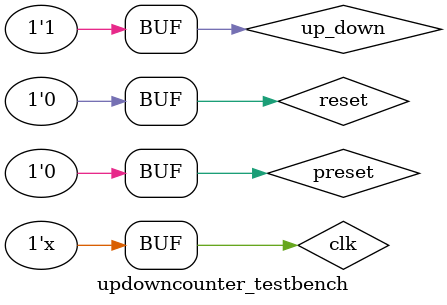
<source format=v>
`timescale 1ns / 1ps


module updowncounter_testbench;
reg clk, reset,preset,up_down;
wire [3:0] counter;

up_down_counter uut(clk,reset,preset,up_down, counter);

initial begin 
clk=1'b0;
end
always #10 clk=~clk;

initial begin
reset=1;up_down=0;preset=0;
#20 reset=0;
#200 up_down=1;
end
endmodule

</source>
